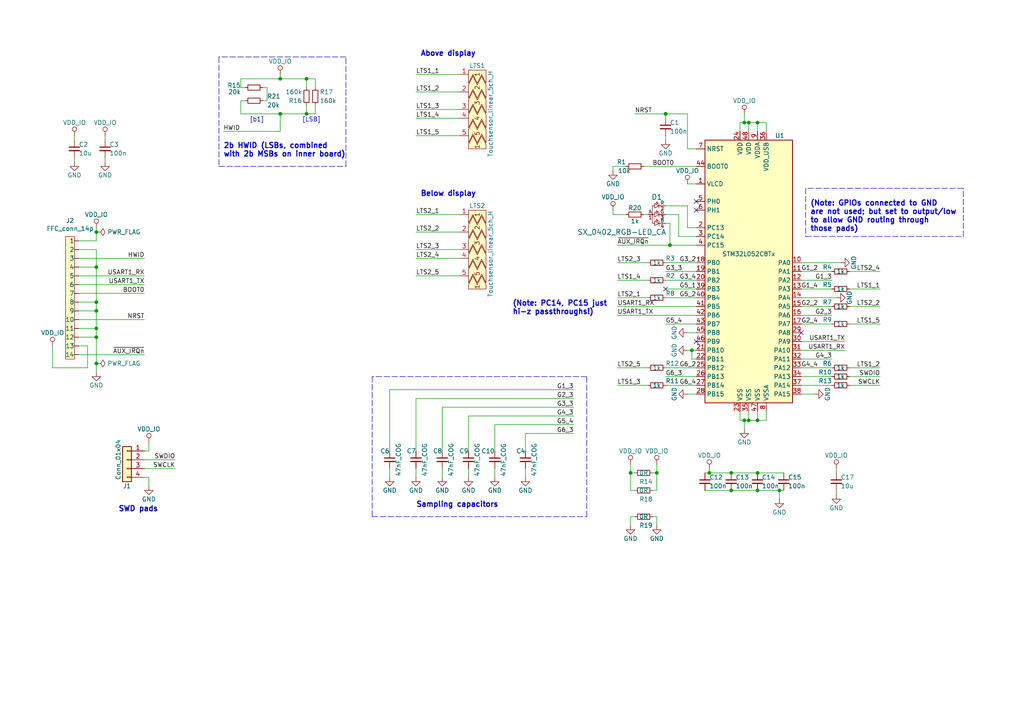
<source format=kicad_sch>
(kicad_sch (version 20211123) (generator eeschema)
  (paper "A4")
  (title_block (title "Touch-sense MCU & connectors") (date "2020-08-03") (rev "P1a") (company "MaJo Electronics :)"))
  (lib_symbols
    (symbol "Connector_Generic:Conn_01x04" (pin_names (offset 1.016) hide)
      (property "Reference" "J" (at 0 5.08 0))
      (property "Value" "Conn_01x04" (at 0 -7.62 0))
      (symbol "Conn_01x04_1_1"
        (rectangle (start -1.27 -4.953) (end 0 -5.207) (stroke (width 0.1524)))
        (rectangle (start -1.27 -2.413) (end 0 -2.667) (stroke (width 0.1524)))
        (rectangle (start -1.27 0.127) (end 0 -0.127) (stroke (width 0.1524)))
        (rectangle (start -1.27 2.667) (end 0 2.413) (stroke (width 0.1524)))
        (rectangle (start -1.27 3.81) (end 1.27 -6.35) (stroke (width 0.254)) (fill (type background)))
        (pin passive line (at -5.08 2.54 0) (length 3.81) (name "Pin_1") (number "1"))
        (pin passive line (at -5.08 0 0) (length 3.81) (name "Pin_2") (number "2"))
        (pin passive line (at -5.08 -2.54 0) (length 3.81) (name "Pin_3") (number "3"))
        (pin passive line (at -5.08 -5.08 0) (length 3.81) (name "Pin_4") (number "4"))
      )
    )
    (symbol "Device:C_Small" (pin_numbers hide) (pin_names (offset 0.254) hide)
      (property "Reference" "C" (at 0.254 1.778 0))
      (property "Value" "C_Small" (at 0.254 -2.032 0))
      (symbol "C_Small_0_1"
        (polyline (pts (xy -1.524 -0.508) (xy 1.524 -0.508)) (stroke (width 0.3302)))
        (polyline (pts (xy -1.524 0.508) (xy 1.524 0.508)) (stroke (width 0.3048)))
      )
      (symbol "C_Small_1_1"
        (pin passive line (at 0 2.54 270) (length 2.032) (name "~") (number "1"))
        (pin passive line (at 0 -2.54 90) (length 2.032) (name "~") (number "2"))
      )
    )
    (symbol "Device:R_Small" (pin_numbers hide) (pin_names (offset 0.254) hide)
      (property "Reference" "R" (at 0.762 0.508 0))
      (property "Value" "R_Small" (at 0.762 -1.016 0))
      (symbol "R_Small_0_1"
        (rectangle (start -0.762 1.778) (end 0.762 -1.778) (stroke (width 0.2032)))
      )
      (symbol "R_Small_1_1"
        (pin passive line (at 0 2.54 270) (length 0.762) (name "~") (number "1"))
        (pin passive line (at 0 -2.54 90) (length 0.762) (name "~") (number "2"))
      )
    )
    (symbol "MCU_ST_STM32L0:STM32L052C8Tx"
      (property "Reference" "U" (at -12.7 39.37 0))
      (property "Value" "STM32L052C8Tx" (at 7.62 39.37 0))
      (symbol "STM32L052C8Tx_0_1"
        (rectangle (start -12.7 -38.1) (end 12.7 38.1) (stroke (width 0.254)) (fill (type background)))
      )
      (symbol "STM32L052C8Tx_1_1"
        (pin power_in line (at -15.24 25.4 0) (length 2.54) (name "VLCD") (number "1"))
        (pin bidirectional line (at 15.24 2.54 180) (length 2.54) (name "PA0") (number "10"))
        (pin bidirectional line (at 15.24 0 180) (length 2.54) (name "PA1") (number "11"))
        (pin bidirectional line (at 15.24 -2.54 180) (length 2.54) (name "PA2") (number "12"))
        (pin bidirectional line (at 15.24 -5.08 180) (length 2.54) (name "PA3") (number "13"))
        (pin bidirectional line (at 15.24 -7.62 180) (length 2.54) (name "PA4") (number "14"))
        (pin bidirectional line (at 15.24 -10.16 180) (length 2.54) (name "PA5") (number "15"))
        (pin bidirectional line (at 15.24 -12.7 180) (length 2.54) (name "PA6") (number "16"))
        (pin bidirectional line (at 15.24 -15.24 180) (length 2.54) (name "PA7") (number "17"))
        (pin bidirectional line (at -15.24 2.54 0) (length 2.54) (name "PB0") (number "18"))
        (pin bidirectional line (at -15.24 0 0) (length 2.54) (name "PB1") (number "19"))
        (pin bidirectional line (at -15.24 12.7 0) (length 2.54) (name "PC13") (number "2"))
        (pin bidirectional line (at -15.24 -2.54 0) (length 2.54) (name "PB2") (number "20"))
        (pin bidirectional line (at -15.24 -22.86 0) (length 2.54) (name "PB10") (number "21"))
        (pin bidirectional line (at -15.24 -25.4 0) (length 2.54) (name "PB11") (number "22"))
        (pin power_in line (at -2.54 -40.64 90) (length 2.54) (name "VSS") (number "23"))
        (pin power_in line (at -2.54 40.64 270) (length 2.54) (name "VDD") (number "24"))
        (pin bidirectional line (at -15.24 -27.94 0) (length 2.54) (name "PB12") (number "25"))
        (pin bidirectional line (at -15.24 -30.48 0) (length 2.54) (name "PB13") (number "26"))
        (pin bidirectional line (at -15.24 -33.02 0) (length 2.54) (name "PB14") (number "27"))
        (pin bidirectional line (at -15.24 -35.56 0) (length 2.54) (name "PB15") (number "28"))
        (pin bidirectional line (at 15.24 -17.78 180) (length 2.54) (name "PA8") (number "29"))
        (pin bidirectional line (at -15.24 10.16 0) (length 2.54) (name "PC14") (number "3"))
        (pin bidirectional line (at 15.24 -20.32 180) (length 2.54) (name "PA9") (number "30"))
        (pin bidirectional line (at 15.24 -22.86 180) (length 2.54) (name "PA10") (number "31"))
        (pin bidirectional line (at 15.24 -25.4 180) (length 2.54) (name "PA11") (number "32"))
        (pin bidirectional line (at 15.24 -27.94 180) (length 2.54) (name "PA12") (number "33"))
        (pin bidirectional line (at 15.24 -30.48 180) (length 2.54) (name "PA13") (number "34"))
        (pin power_in line (at 0 -40.64 90) (length 2.54) (name "VSS") (number "35"))
        (pin power_in line (at 5.08 40.64 270) (length 2.54) (name "VDD_USB") (number "36"))
        (pin bidirectional line (at 15.24 -33.02 180) (length 2.54) (name "PA14") (number "37"))
        (pin bidirectional line (at 15.24 -35.56 180) (length 2.54) (name "PA15") (number "38"))
        (pin bidirectional line (at -15.24 -5.08 0) (length 2.54) (name "PB3") (number "39"))
        (pin bidirectional line (at -15.24 7.62 0) (length 2.54) (name "PC15") (number "4"))
        (pin bidirectional line (at -15.24 -7.62 0) (length 2.54) (name "PB4") (number "40"))
        (pin bidirectional line (at -15.24 -10.16 0) (length 2.54) (name "PB5") (number "41"))
        (pin bidirectional line (at -15.24 -12.7 0) (length 2.54) (name "PB6") (number "42"))
        (pin bidirectional line (at -15.24 -15.24 0) (length 2.54) (name "PB7") (number "43"))
        (pin input line (at -15.24 30.48 0) (length 2.54) (name "BOOT0") (number "44"))
        (pin bidirectional line (at -15.24 -17.78 0) (length 2.54) (name "PB8") (number "45"))
        (pin bidirectional line (at -15.24 -20.32 0) (length 2.54) (name "PB9") (number "46"))
        (pin power_in line (at 2.54 -40.64 90) (length 2.54) (name "VSS") (number "47"))
        (pin power_in line (at 0 40.64 270) (length 2.54) (name "VDD") (number "48"))
        (pin input line (at -15.24 20.32 0) (length 2.54) (name "PH0") (number "5"))
        (pin input line (at -15.24 17.78 0) (length 2.54) (name "PH1") (number "6"))
        (pin input line (at -15.24 35.56 0) (length 2.54) (name "NRST") (number "7"))
        (pin power_in line (at 5.08 -40.64 90) (length 2.54) (name "VSSA") (number "8"))
        (pin power_in line (at 2.54 40.64 270) (length 2.54) (name "VDDA") (number "9"))
      )
    )
    (symbol "customlib_mj:FFC_conn_14p" (pin_numbers hide) (pin_names (offset 0.0254))
      (property "Reference" "J" (at 0 -19.05 0))
      (property "Value" "FFC_conn_14p" (at 2.54 0 90))
      (symbol "FFC_conn_14p_0_1"
        (rectangle (start -1.27 17.78) (end 1.27 -17.78) (fill (type background)))
      )
      (symbol "FFC_conn_14p_1_1"
        (pin passive line (at -2.54 16.51 0) (length 1.27) (name "1") (number "1"))
        (pin passive line (at -2.54 -6.35 0) (length 1.27) (name "10") (number "10"))
        (pin passive line (at -2.54 -8.89 0) (length 1.27) (name "11") (number "11"))
        (pin passive line (at -2.54 -11.43 0) (length 1.27) (name "12") (number "12"))
        (pin passive line (at -2.54 -13.97 0) (length 1.27) (name "13") (number "13"))
        (pin passive line (at -2.54 -16.51 0) (length 1.27) (name "14") (number "14"))
        (pin no_connect line (at 2.54 17.78 180) (length 1.27) hide (name "~") (number "15"))
        (pin no_connect line (at 2.54 -17.78 180) (length 1.27) hide (name "~") (number "16"))
        (pin passive line (at -2.54 13.97 0) (length 1.27) (name "2") (number "2"))
        (pin passive line (at -2.54 11.43 0) (length 1.27) (name "3") (number "3"))
        (pin passive line (at -2.54 8.89 0) (length 1.27) (name "4") (number "4"))
        (pin passive line (at -2.54 6.35 0) (length 1.27) (name "5") (number "5"))
        (pin passive line (at -2.54 3.81 0) (length 1.27) (name "6") (number "6"))
        (pin passive line (at -2.54 1.27 0) (length 1.27) (name "7") (number "7"))
        (pin passive line (at -2.54 -1.27 0) (length 1.27) (name "8") (number "8"))
        (pin passive line (at -2.54 -3.81 0) (length 1.27) (name "9") (number "9"))
      )
    )
    (symbol "customlib_mj:SX_0402_RGB-LED_CA" (pin_names (offset 0))
      (property "Reference" "D" (at 0 -4.445 0))
      (property "Value" "SX_0402_RGB-LED_CA" (at 0.635 5.08 0))
      (symbol "SX_0402_RGB-LED_CA_0_0"
        (circle (center -1.27 0) (radius 0.127))
        (polyline (pts (xy -1.27 0) (xy -1.27 0)))
        (polyline (pts (xy -0.635 0) (xy -1.27 0)))
        (polyline (pts (xy -0.635 -2.54) (xy -1.27 -2.54) (xy -1.27 0)))
        (polyline (pts (xy -0.635 2.54) (xy -1.27 2.54) (xy -1.27 0)))
      )
      (symbol "SX_0402_RGB-LED_CA_0_1"
        (polyline (pts (xy 0.635 -1.905) (xy 0.635 -3.175)))
        (polyline (pts (xy 0.635 0.635) (xy 0.635 -0.635)))
        (polyline (pts (xy 0.635 3.175) (xy 0.635 1.905)))
        (polyline (pts (xy -0.635 -1.905) (xy -0.635 -3.175) (xy 0.635 -2.54) (xy -0.635 -1.905)))
        (polyline (pts (xy -0.635 0.635) (xy -0.635 -0.635) (xy 0.635 0) (xy -0.635 0.635)))
        (polyline (pts (xy 0.635 2.54) (xy -0.635 3.175) (xy -0.635 1.905) (xy 0.635 2.54)))
        (polyline (pts (xy -0.254 -1.778) (xy 0.127 -1.397) (xy -0.127 -1.524) (xy 0 -1.651) (xy 0.127 -1.397)))
        (polyline (pts (xy -0.254 0.762) (xy 0.127 1.143) (xy -0.127 1.016) (xy 0 0.889) (xy 0.127 1.143)))
        (polyline (pts (xy -0.254 3.302) (xy 0.127 3.683) (xy -0.127 3.556) (xy 0 3.429) (xy 0.127 3.683)))
        (polyline (pts (xy 0 -2.032) (xy 0.381 -1.651) (xy 0.127 -1.778) (xy 0.254 -1.905) (xy 0.381 -1.651)))
        (polyline (pts (xy 0 0.508) (xy 0.381 0.889) (xy 0.127 0.762) (xy 0.254 0.635) (xy 0.381 0.889)))
        (polyline (pts (xy 0 3.048) (xy 0.381 3.429) (xy 0.127 3.302) (xy 0.254 3.175) (xy 0.381 3.429)))
      )
      (symbol "SX_0402_RGB-LED_CA_1_1"
        (pin bidirectional line (at -2.54 0 0) (length 1.27) (name "A") (number "1"))
        (pin bidirectional line (at 2.54 2.54 180) (length 1.905) (name "R") (number "2"))
        (pin bidirectional line (at 2.54 0 180) (length 1.905) (name "G") (number "3"))
        (pin bidirectional line (at 2.54 -2.54 180) (length 1.905) (name "B") (number "4"))
      )
    )
    (symbol "customlib_mj:Touchsensor_linear_5ch_H" (pin_names (offset 1.016))
      (property "Reference" "LTS" (at -12.7 0 90))
      (property "Value" "Touchsensor_linear_5ch_H" (at 1.27 3.81 0))
      (symbol "Touchsensor_linear_5ch_H_0_0"
        (text "1" (at -10.16 0 0) (effects (font (size 1.27 1.27))))
        (text "1" (at 10.795 0 0) (effects (font (size 1.27 1.27))))
        (text "2" (at -6.35 0 0) (effects (font (size 1.27 1.27))))
        (text "3" (at -1.905 0 0) (effects (font (size 1.27 1.27))))
        (text "4" (at 2.54 0 0) (effects (font (size 1.27 1.27))))
        (text "5" (at 6.985 0 0) (effects (font (size 1.27 1.27))))
      )
      (symbol "Touchsensor_linear_5ch_H_0_1"
        (polyline (pts (xy -11.43 2.54) (xy -7.62 2.54) (xy -10.16 1.27) (xy -7.62 0) (xy -10.16 -1.27) (xy -7.62 -2.54) (xy -11.43 -2.54) (xy -11.43 2.54)) (fill (type background)))
        (polyline (pts (xy 10.16 0) (xy 7.62 1.27) (xy 10.16 2.54) (xy 11.43 2.54) (xy 11.43 -2.54) (xy 10.16 -2.54) (xy 7.62 -1.27) (xy 10.16 0)) (fill (type background)))
        (polyline (pts (xy -7.112 0) (xy -9.652 1.27) (xy -7.112 2.54) (xy -3.302 2.54) (xy -5.842 1.27) (xy -3.302 0) (xy -5.842 -1.27) (xy -3.302 -2.54) (xy -7.112 -2.54) (xy -9.652 -1.27) (xy -7.112 0)) (fill (type background)))
        (polyline (pts (xy -2.794 0) (xy -5.334 1.27) (xy -2.794 2.54) (xy 1.016 2.54) (xy -1.524 1.27) (xy 1.016 0) (xy -1.524 -1.27) (xy 1.016 -2.54) (xy -2.794 -2.54) (xy -5.334 -1.27) (xy -2.794 0)) (fill (type background)))
        (polyline (pts (xy 1.524 0) (xy -1.016 1.27) (xy 1.524 2.54) (xy 5.334 2.54) (xy 2.794 1.27) (xy 5.334 0) (xy 2.794 -1.27) (xy 5.334 -2.54) (xy 1.524 -2.54) (xy -1.016 -1.27) (xy 1.524 0)) (fill (type background)))
        (polyline (pts (xy 5.842 0) (xy 3.302 1.27) (xy 5.842 2.54) (xy 9.652 2.54) (xy 7.112 1.27) (xy 9.652 0) (xy 7.112 -1.27) (xy 9.652 -2.54) (xy 5.842 -2.54) (xy 3.302 -1.27) (xy 5.842 0)) (fill (type background)))
      )
      (symbol "Touchsensor_linear_5ch_H_1_1"
        (pin bidirectional line (at -10.16 -5.08 90) (length 2.54) (name "~") (number "1"))
        (pin bidirectional line (at -5.08 -5.08 90) (length 2.54) (name "~") (number "2"))
        (pin bidirectional line (at 0 -5.08 90) (length 2.54) (name "~") (number "3"))
        (pin bidirectional line (at 2.54 -5.08 90) (length 2.54) (name "~") (number "4"))
        (pin bidirectional line (at 7.62 -5.08 90) (length 2.54) (name "~") (number "5"))
      )
    )
    (symbol "customlib_mj:VDD_IO" (power) (pin_names (offset 0))
      (property "Value" "VDD_IO" (at 0 3.81 0))
      (symbol "VDD_IO_0_1"
        (polyline (pts (xy 0 0) (xy 0 1.27)))
        (circle (center 0 1.905) (radius 0.635))
      )
      (symbol "VDD_IO_1_1"
        (pin power_in line (at 0 0 90) (length 0) hide (name "VDD_IO") (number "1"))
      )
    )
    (symbol "power:GND" (power) (pin_names (offset 0))
      (property "Value" "GND" (at 0 -3.81 0))
      (symbol "GND_0_1"
        (polyline (pts (xy 0 0) (xy 0 -1.27) (xy 1.27 -1.27) (xy 0 -2.54) (xy -1.27 -1.27) (xy 0 -1.27)))
      )
      (symbol "GND_1_1"
        (pin power_in line (at 0 0 270) (length 0) hide (name "GND") (number "1"))
      )
    )
    (symbol "power:PWR_FLAG" (power) (pin_numbers hide) (pin_names (offset 0) hide)
      (property "Value" "PWR_FLAG" (at 0 3.81 0))
      (symbol "PWR_FLAG_0_0"
        (pin power_out line (at 0 0 90) (length 0) (name "pwr") (number "1"))
      )
      (symbol "PWR_FLAG_0_1"
        (polyline (pts (xy 0 0) (xy 0 1.27) (xy -1.016 1.905) (xy 0 2.54) (xy 1.016 1.905) (xy 0 1.27)))
      )
    )
  )
  (junction (at 212.09 137.16))
  (junction (at 219.71 121.92))
  (junction (at 193.04 33.02))
  (junction (at 27.94 97.79))
  (junction (at 219.71 142.24))
  (junction (at 217.17 35.56))
  (junction (at 81.28 33.02))
  (junction (at 27.94 95.25))
  (junction (at 205.74 137.16))
  (junction (at 27.94 90.17))
  (junction (at 88.9 22.86))
  (junction (at 215.9 121.92))
  (junction (at 212.09 142.24))
  (junction (at 190.5 137.16))
  (junction (at 219.71 137.16))
  (junction (at 200.66 101.6))
  (junction (at 217.17 121.92))
  (junction (at 27.94 105.41))
  (junction (at 27.94 87.63))
  (junction (at 81.28 22.86))
  (junction (at 226.06 142.24))
  (junction (at 27.94 77.47))
  (junction (at 194.31 71.12))
  (junction (at 215.9 35.56))
  (junction (at 182.88 137.16))
  (junction (at 219.71 35.56))
  (junction (at 27.94 67.31))
  (junction (at 88.9 33.02))
  (no_connect (at 201.93 99.06))
  (no_connect (at 201.93 60.96))
  (no_connect (at 201.93 58.42))
  (no_connect (at 193.04 83.82))
  (no_connect (at 232.41 96.52))
  (wire (pts (xy 204.47 142.24) (xy 212.09 142.24)))
  (wire (pts (xy 219.71 119.38) (xy 219.71 121.92)))
  (wire (pts (xy 199.39 43.18) (xy 199.39 33.02)))
  (wire (pts (xy 187.96 111.76) (xy 179.07 111.76)))
  (wire (pts (xy 81.28 33.02) (xy 69.85 33.02)))
  (wire (pts (xy 193.04 76.2) (xy 201.93 76.2)))
  (wire (pts (xy 177.8 62.23) (xy 177.8 60.96)))
  (wire (pts (xy 190.5 134.62) (xy 190.5 137.16)))
  (wire (pts (xy 193.04 64.77) (xy 194.31 64.77)))
  (wire (pts (xy 25.4 100.33) (xy 25.4 106.68)))
  (wire (pts (xy 193.04 86.36) (xy 201.93 86.36)))
  (wire (pts (xy 246.38 83.82) (xy 255.27 83.82)))
  (wire (pts (xy 22.86 92.71) (xy 41.91 92.71)))
  (wire (pts (xy 232.41 93.98) (xy 241.3 93.98)))
  (wire (pts (xy 133.35 67.31) (xy 120.65 67.31)))
  (wire (pts (xy 232.41 99.06) (xy 245.11 99.06)))
  (wire (pts (xy 81.28 22.86) (xy 88.9 22.86)))
  (wire (pts (xy 27.94 77.47) (xy 27.94 87.63)))
  (wire (pts (xy 22.86 74.93) (xy 41.91 74.93)))
  (wire (pts (xy 69.85 33.02) (xy 69.85 29.21)))
  (wire (pts (xy 241.3 91.44) (xy 232.41 91.44)))
  (wire (pts (xy 199.39 66.04) (xy 199.39 59.69)))
  (wire (pts (xy 219.71 121.92) (xy 222.25 121.92)))
  (wire (pts (xy 189.23 142.24) (xy 190.5 142.24)))
  (wire (pts (xy 30.48 39.37) (xy 30.48 40.64)))
  (wire (pts (xy 77.47 29.21) (xy 76.2 29.21)))
  (wire (pts (xy 246.38 88.9) (xy 255.27 88.9)))
  (wire (pts (xy 226.06 142.24) (xy 226.06 144.78)))
  (wire (pts (xy 214.63 35.56) (xy 215.9 35.56)))
  (wire (pts (xy 113.03 113.03) (xy 166.37 113.03)))
  (wire (pts (xy 242.57 86.36) (xy 232.41 86.36)))
  (wire (pts (xy 219.71 35.56) (xy 222.25 35.56)))
  (wire (pts (xy 88.9 30.48) (xy 88.9 33.02)))
  (wire (pts (xy 152.4 125.73) (xy 166.37 125.73)))
  (wire (pts (xy 184.15 149.86) (xy 182.88 149.86)))
  (wire (pts (xy 201.93 104.14) (xy 200.66 104.14)))
  (wire (pts (xy 69.85 29.21) (xy 71.12 29.21)))
  (polyline (pts (xy 170.18 109.22) (xy 107.95 109.22)))
  (wire (pts (xy 217.17 35.56) (xy 219.71 35.56)))
  (wire (pts (xy 30.48 45.72) (xy 30.48 46.99)))
  (wire (pts (xy 143.51 138.43) (xy 143.51 135.89)))
  (wire (pts (xy 201.93 93.98) (xy 193.04 93.98)))
  (wire (pts (xy 199.39 33.02) (xy 193.04 33.02)))
  (wire (pts (xy 152.4 138.43) (xy 152.4 135.89)))
  (wire (pts (xy 81.28 21.59) (xy 81.28 22.86)))
  (wire (pts (xy 27.94 67.31) (xy 27.94 66.04)))
  (wire (pts (xy 190.5 152.4) (xy 190.5 149.86)))
  (wire (pts (xy 201.93 81.28) (xy 193.04 81.28)))
  (wire (pts (xy 120.65 130.81) (xy 120.65 115.57)))
  (wire (pts (xy 242.57 135.89) (xy 242.57 137.16)))
  (wire (pts (xy 43.18 130.81) (xy 43.18 128.27)))
  (wire (pts (xy 201.93 53.34) (xy 199.39 53.34)))
  (wire (pts (xy 215.9 124.46) (xy 215.9 121.92)))
  (wire (pts (xy 232.41 111.76) (xy 241.3 111.76)))
  (wire (pts (xy 194.31 64.77) (xy 194.31 71.12)))
  (wire (pts (xy 204.47 137.16) (xy 205.74 137.16)))
  (wire (pts (xy 246.38 106.68) (xy 255.27 106.68)))
  (wire (pts (xy 133.35 72.39) (xy 120.65 72.39)))
  (wire (pts (xy 193.04 33.02) (xy 193.04 34.29)))
  (wire (pts (xy 215.9 33.02) (xy 215.9 35.56)))
  (wire (pts (xy 193.04 62.23) (xy 196.85 62.23)))
  (wire (pts (xy 41.91 138.43) (xy 43.18 138.43)))
  (wire (pts (xy 205.74 137.16) (xy 212.09 137.16)))
  (wire (pts (xy 214.63 38.1) (xy 214.63 35.56)))
  (wire (pts (xy 190.5 142.24) (xy 190.5 137.16)))
  (wire (pts (xy 215.9 121.92) (xy 217.17 121.92)))
  (wire (pts (xy 22.86 100.33) (xy 25.4 100.33)))
  (wire (pts (xy 226.06 142.24) (xy 227.33 142.24)))
  (wire (pts (xy 214.63 121.92) (xy 215.9 121.92)))
  (wire (pts (xy 88.9 33.02) (xy 91.44 33.02)))
  (wire (pts (xy 133.35 31.75) (xy 120.65 31.75)))
  (wire (pts (xy 22.86 80.01) (xy 41.91 80.01)))
  (wire (pts (xy 43.18 138.43) (xy 43.18 140.97)))
  (polyline (pts (xy 233.68 68.58) (xy 279.4 68.58)))
  (wire (pts (xy 200.66 101.6) (xy 201.93 101.6)))
  (wire (pts (xy 222.25 35.56) (xy 222.25 38.1)))
  (wire (pts (xy 243.84 76.2) (xy 232.41 76.2)))
  (wire (pts (xy 22.86 77.47) (xy 27.94 77.47)))
  (wire (pts (xy 181.61 62.23) (xy 177.8 62.23)))
  (wire (pts (xy 241.3 81.28) (xy 232.41 81.28)))
  (wire (pts (xy 186.69 62.23) (xy 187.96 62.23)))
  (wire (pts (xy 22.86 102.87) (xy 41.91 102.87)))
  (wire (pts (xy 199.39 114.3) (xy 201.93 114.3)))
  (polyline (pts (xy 100.33 48.26) (xy 100.33 16.51)))
  (wire (pts (xy 27.94 72.39) (xy 27.94 77.47)))
  (wire (pts (xy 215.9 35.56) (xy 217.17 35.56)))
  (wire (pts (xy 91.44 33.02) (xy 91.44 30.48)))
  (wire (pts (xy 201.93 111.76) (xy 193.04 111.76)))
  (polyline (pts (xy 100.33 16.51) (xy 63.5 16.51)))
  (wire (pts (xy 81.28 38.1) (xy 81.28 33.02)))
  (wire (pts (xy 186.69 48.26) (xy 201.93 48.26)))
  (wire (pts (xy 133.35 34.29) (xy 120.65 34.29)))
  (wire (pts (xy 22.86 97.79) (xy 27.94 97.79)))
  (wire (pts (xy 236.22 114.3) (xy 232.41 114.3)))
  (wire (pts (xy 199.39 59.69) (xy 193.04 59.69)))
  (wire (pts (xy 143.51 130.81) (xy 143.51 123.19)))
  (wire (pts (xy 135.89 120.65) (xy 166.37 120.65)))
  (polyline (pts (xy 279.4 54.61) (xy 233.68 54.61)))
  (wire (pts (xy 91.44 22.86) (xy 91.44 25.4)))
  (wire (pts (xy 133.35 39.37) (xy 120.65 39.37)))
  (wire (pts (xy 214.63 119.38) (xy 214.63 121.92)))
  (wire (pts (xy 22.86 87.63) (xy 27.94 87.63)))
  (polyline (pts (xy 63.5 16.51) (xy 63.5 48.26)))
  (wire (pts (xy 193.04 33.02) (xy 184.15 33.02)))
  (wire (pts (xy 41.91 135.89) (xy 50.8 135.89)))
  (wire (pts (xy 217.17 121.92) (xy 219.71 121.92)))
  (wire (pts (xy 187.96 106.68) (xy 179.07 106.68)))
  (wire (pts (xy 194.31 71.12) (xy 201.93 71.12)))
  (wire (pts (xy 219.71 142.24) (xy 226.06 142.24)))
  (wire (pts (xy 205.74 135.89) (xy 205.74 137.16)))
  (wire (pts (xy 41.91 133.35) (xy 50.8 133.35)))
  (wire (pts (xy 182.88 137.16) (xy 182.88 134.62)))
  (wire (pts (xy 246.38 93.98) (xy 255.27 93.98)))
  (wire (pts (xy 187.96 76.2) (xy 179.07 76.2)))
  (wire (pts (xy 201.93 43.18) (xy 199.39 43.18)))
  (polyline (pts (xy 63.5 48.26) (xy 100.33 48.26)))
  (wire (pts (xy 199.39 96.52) (xy 201.93 96.52)))
  (polyline (pts (xy 107.95 149.86) (xy 170.18 149.86)))
  (wire (pts (xy 201.93 66.04) (xy 199.39 66.04)))
  (wire (pts (xy 232.41 83.82) (xy 241.3 83.82)))
  (wire (pts (xy 217.17 38.1) (xy 217.17 35.56)))
  (wire (pts (xy 184.15 142.24) (xy 182.88 142.24)))
  (wire (pts (xy 193.04 39.37) (xy 193.04 40.64)))
  (wire (pts (xy 182.88 142.24) (xy 182.88 137.16)))
  (wire (pts (xy 135.89 138.43) (xy 135.89 135.89)))
  (polyline (pts (xy 279.4 68.58) (xy 279.4 54.61)))
  (wire (pts (xy 27.94 97.79) (xy 27.94 105.41)))
  (wire (pts (xy 179.07 71.12) (xy 194.31 71.12)))
  (wire (pts (xy 212.09 142.24) (xy 219.71 142.24)))
  (wire (pts (xy 241.3 104.14) (xy 232.41 104.14)))
  (wire (pts (xy 181.61 48.26) (xy 177.8 48.26)))
  (wire (pts (xy 128.27 130.81) (xy 128.27 118.11)))
  (wire (pts (xy 21.59 45.72) (xy 21.59 46.99)))
  (wire (pts (xy 113.03 138.43) (xy 113.03 135.89)))
  (wire (pts (xy 201.93 83.82) (xy 193.04 83.82)))
  (wire (pts (xy 177.8 48.26) (xy 177.8 49.53)))
  (wire (pts (xy 241.3 88.9) (xy 232.41 88.9)))
  (wire (pts (xy 222.25 121.92) (xy 222.25 119.38)))
  (wire (pts (xy 133.35 21.59) (xy 120.65 21.59)))
  (wire (pts (xy 27.94 105.41) (xy 27.94 107.95)))
  (wire (pts (xy 128.27 138.43) (xy 128.27 135.89)))
  (wire (pts (xy 133.35 74.93) (xy 120.65 74.93)))
  (wire (pts (xy 22.86 72.39) (xy 27.94 72.39)))
  (wire (pts (xy 193.04 78.74) (xy 201.93 78.74)))
  (wire (pts (xy 182.88 149.86) (xy 182.88 152.4)))
  (wire (pts (xy 219.71 38.1) (xy 219.71 35.56)))
  (wire (pts (xy 27.94 87.63) (xy 27.94 90.17)))
  (wire (pts (xy 15.24 106.68) (xy 15.24 100.33)))
  (wire (pts (xy 22.86 82.55) (xy 41.91 82.55)))
  (polyline (pts (xy 170.18 149.86) (xy 170.18 109.22)))
  (wire (pts (xy 27.94 69.85) (xy 27.94 67.31)))
  (wire (pts (xy 22.86 85.09) (xy 41.91 85.09)))
  (wire (pts (xy 184.15 137.16) (xy 182.88 137.16)))
  (wire (pts (xy 120.65 115.57) (xy 166.37 115.57)))
  (wire (pts (xy 152.4 130.81) (xy 152.4 125.73)))
  (wire (pts (xy 196.85 62.23) (xy 196.85 68.58)))
  (wire (pts (xy 77.47 25.4) (xy 77.47 29.21)))
  (wire (pts (xy 22.86 95.25) (xy 27.94 95.25)))
  (wire (pts (xy 69.85 25.4) (xy 69.85 22.86)))
  (wire (pts (xy 27.94 90.17) (xy 27.94 95.25)))
  (wire (pts (xy 201.93 91.44) (xy 179.07 91.44)))
  (wire (pts (xy 246.38 78.74) (xy 255.27 78.74)))
  (wire (pts (xy 190.5 137.16) (xy 189.23 137.16)))
  (wire (pts (xy 212.09 137.16) (xy 219.71 137.16)))
  (wire (pts (xy 71.12 25.4) (xy 69.85 25.4)))
  (wire (pts (xy 76.2 25.4) (xy 77.47 25.4)))
  (wire (pts (xy 41.91 130.81) (xy 43.18 130.81)))
  (wire (pts (xy 25.4 106.68) (xy 15.24 106.68)))
  (wire (pts (xy 219.71 137.16) (xy 227.33 137.16)))
  (wire (pts (xy 187.96 81.28) (xy 179.07 81.28)))
  (wire (pts (xy 242.57 143.51) (xy 242.57 142.24)))
  (wire (pts (xy 246.38 111.76) (xy 255.27 111.76)))
  (wire (pts (xy 64.77 38.1) (xy 81.28 38.1)))
  (wire (pts (xy 120.65 62.23) (xy 133.35 62.23)))
  (wire (pts (xy 27.94 95.25) (xy 27.94 97.79)))
  (wire (pts (xy 232.41 106.68) (xy 241.3 106.68)))
  (wire (pts (xy 133.35 26.67) (xy 120.65 26.67)))
  (wire (pts (xy 199.39 101.6) (xy 200.66 101.6)))
  (wire (pts (xy 196.85 68.58) (xy 201.93 68.58)))
  (wire (pts (xy 232.41 109.22) (xy 241.3 109.22)))
  (wire (pts (xy 246.38 109.22) (xy 255.27 109.22)))
  (wire (pts (xy 120.65 138.43) (xy 120.65 135.89)))
  (wire (pts (xy 21.59 39.37) (xy 21.59 40.64)))
  (wire (pts (xy 135.89 120.65) (xy 135.89 130.81)))
  (wire (pts (xy 69.85 22.86) (xy 81.28 22.86)))
  (wire (pts (xy 201.93 88.9) (xy 179.07 88.9)))
  (wire (pts (xy 88.9 25.4) (xy 88.9 22.86)))
  (wire (pts (xy 113.03 130.81) (xy 113.03 113.03)))
  (wire (pts (xy 22.86 69.85) (xy 27.94 69.85)))
  (wire (pts (xy 88.9 22.86) (xy 91.44 22.86)))
  (wire (pts (xy 232.41 101.6) (xy 245.11 101.6)))
  (wire (pts (xy 193.04 109.22) (xy 201.93 109.22)))
  (wire (pts (xy 200.66 104.14) (xy 200.66 101.6)))
  (wire (pts (xy 190.5 149.86) (xy 189.23 149.86)))
  (wire (pts (xy 133.35 80.01) (xy 120.65 80.01)))
  (wire (pts (xy 193.04 106.68) (xy 201.93 106.68)))
  (wire (pts (xy 128.27 118.11) (xy 166.37 118.11)))
  (wire (pts (xy 241.3 78.74) (xy 232.41 78.74)))
  (polyline (pts (xy 107.95 109.22) (xy 107.95 149.86)))
  (wire (pts (xy 143.51 123.19) (xy 166.37 123.19)))
  (wire (pts (xy 187.96 86.36) (xy 179.07 86.36)))
  (wire (pts (xy 81.28 33.02) (xy 88.9 33.02)))
  (wire (pts (xy 22.86 90.17) (xy 27.94 90.17)))
  (wire (pts (xy 217.17 119.38) (xy 217.17 121.92)))
  (polyline (pts (xy 233.68 54.61) (xy 233.68 68.58)))
  (text "(Note: PC14, PC15 just\nhi-z passthroughs!)" (at 148.59 91.44 0) (effects (font (size 1.524 1.524) (thickness 0.3048) bold) (justify left bottom)))
  (text "(Note: GPIOs connected to GND\nare not used; but set to output/low\nto allow GND routing through\nthose pads)" (at 234.95 67.31 0) (effects (font (size 1.524 1.524) (thickness 0.3048) bold) (justify left bottom)))
  (text "SWD pads" (at 34.29 148.59 0) (effects (font (size 1.524 1.524) (thickness 0.3048) bold) (justify left bottom)))
  (text "[LSB]" (at 87.63 35.56 0) (effects (font (size 1.27 1.27)) (justify left bottom)))
  (text "Sampling capacitors" (at 120.65 147.32 0) (effects (font (size 1.524 1.524) (thickness 0.3048) bold) (justify left bottom)))
  (text "[b1]" (at 72.39 35.56 0) (effects (font (size 1.27 1.27)) (justify left bottom)))
  (text "Below display" (at 121.92 57.15 0) (effects (font (size 1.524 1.524) (thickness 0.3048) bold) (justify left bottom)))
  (text "2b HWID (LSBs, combined\nwith 2b MSBs on inner board)" (at 64.77 45.72 0) (effects (font (size 1.524 1.524) (thickness 0.3048) bold) (justify left bottom)))
  (text "Above display" (at 121.92 16.51 0) (effects (font (size 1.524 1.524) (thickness 0.3048) bold) (justify left bottom)))
  (label "USART1_TX" (at 41.91 82.55 180))
  (label "G4_3" (at 241.3 104.14 180))
  (label "G1_4" (at 232.41 83.82 0))
  (label "G5_4" (at 193.04 93.98 0))
  (label "SWDIO" (at 50.8 133.35 180))
  (label "USART1_RX" (at 179.07 88.9 0))
  (label "LTS1_3" (at 179.07 111.76 0))
  (label "G4_4" (at 232.41 106.68 0))
  (label "LTS1_5" (at 255.27 93.98 180))
  (label "NRST" (at 41.91 92.71 180))
  (label "G6_4" (at 201.93 111.76 180))
  (label "LTS2_3" (at 179.07 76.2 0))
  (label "~{AUX_IRQn}" (at 41.91 102.87 180))
  (label "G4_3" (at 166.37 120.65 180))
  (label "G5_4" (at 166.37 123.19 180))
  (label "LTS2_3" (at 120.65 72.39 0))
  (label "HWID" (at 41.91 74.93 180))
  (label "G3_3" (at 193.04 78.74 0))
  (label "LTS1_1" (at 120.65 21.59 0))
  (label "G2_3" (at 166.37 115.57 180))
  (label "NRST" (at 184.15 33.02 0))
  (label "LTS1_5" (at 120.65 39.37 0))
  (label "~{AUX_IRQn}" (at 179.07 71.12 0))
  (label "LTS2_5" (at 120.65 80.01 0))
  (label "G1_3" (at 166.37 113.03 180))
  (label "USART1_RX" (at 41.91 80.01 180))
  (label "G6_3" (at 193.04 109.22 0))
  (label "USART1_TX" (at 179.07 91.44 0))
  (label "LTS2_4" (at 120.65 74.93 0))
  (label "G1_2" (at 232.41 78.74 0))
  (label "LTS1_1" (at 255.27 83.82 180))
  (label "LTS1_3" (at 120.65 31.75 0))
  (label "G2_4" (at 232.41 93.98 0))
  (label "SWCLK" (at 255.27 111.76 180))
  (label "G1_3" (at 241.3 81.28 180))
  (label "USART1_TX" (at 245.11 99.06 180))
  (label "LTS1_4" (at 179.07 81.28 0))
  (label "SWCLK" (at 50.8 135.89 180))
  (label "USART1_RX" (at 245.11 101.6 180))
  (label "LTS2_1" (at 179.07 86.36 0))
  (label "LTS2_4" (at 255.27 78.74 180))
  (label "LTS2_2" (at 255.27 88.9 180))
  (label "G5_1" (at 201.93 83.82 180))
  (label "LTS1_2" (at 255.27 106.68 180))
  (label "LTS1_4" (at 120.65 34.29 0))
  (label "G2_3" (at 241.3 91.44 180))
  (label "G3_3" (at 166.37 118.11 180))
  (label "BOOT0" (at 189.23 48.26 0))
  (label "HWID" (at 64.77 38.1 0))
  (label "G6_2" (at 201.93 106.68 180))
  (label "LTS1_2" (at 120.65 26.67 0))
  (label "G5_2" (at 201.93 86.36 180))
  (label "LTS2_1" (at 120.65 62.23 0))
  (label "G2_2" (at 232.41 88.9 0))
  (label "BOOT0" (at 41.91 85.09 180))
  (label "LTS2_2" (at 120.65 67.31 0))
  (label "LTS2_5" (at 179.07 106.68 0))
  (label "SWDIO" (at 255.27 109.22 180))
  (label "G3_4" (at 201.93 81.28 180))
  (label "G3_2" (at 201.93 76.2 180))
  (label "G6_3" (at 166.37 125.73 180))
  (symbol (lib_id "power:GND") (at 215.9 124.46 0) (unit 1)
    (property "Reference" "#PWR016" (effects hide))
    (property "Value" "GND" (at 215.9 128.27 0))
  )
  (symbol (lib_id "customlib_mj:VDD_IO") (at 215.9 33.02 0) (unit 1)
    (property "Reference" "#PWR02" (effects hide))
    (property "Value" "VDD_IO" (at 215.9 29.21 0))
  )
  (symbol (lib_id "customlib_mj:VDD_IO") (at 199.39 53.34 0) (unit 1)
    (property "Reference" "#PWR010" (effects hide))
    (property "Value" "VDD_IO" (at 199.39 49.53 0))
  )
  (symbol (lib_id "Device:C_Small") (at 204.47 139.7 0) (unit 1)
    (property "Reference" "C12" (at 205.74 138.43 0) (effects (justify left)))
    (property "Value" "100n" (at 205.74 140.97 0) (effects (justify left)))
    (property "Footprint" "Capacitor_SMD:C_0402_1005Metric" (effects hide))
  )
  (symbol (lib_id "Device:C_Small") (at 212.09 139.7 0) (unit 1)
    (property "Reference" "C13" (at 213.36 138.43 0) (effects (justify left)))
    (property "Value" "100n" (at 213.36 140.97 0) (effects (justify left)))
    (property "Footprint" "Capacitor_SMD:C_0402_1005Metric" (effects hide))
  )
  (symbol (lib_id "Device:C_Small") (at 219.71 139.7 0) (unit 1)
    (property "Reference" "C14" (at 220.98 138.43 0) (effects (justify left)))
    (property "Value" "100n" (at 220.98 140.97 0) (effects (justify left)))
    (property "Footprint" "Capacitor_SMD:C_0402_1005Metric" (effects hide))
  )
  (symbol (lib_id "Device:C_Small") (at 227.33 139.7 0) (unit 1)
    (property "Reference" "C15" (at 228.6 138.43 0) (effects (justify left)))
    (property "Value" "100n" (at 228.6 140.97 0) (effects (justify left)))
    (property "Footprint" "Capacitor_SMD:C_0402_1005Metric" (effects hide))
  )
  (symbol (lib_id "customlib_mj:VDD_IO") (at 205.74 135.89 0) (unit 1)
    (property "Reference" "#PWR017" (effects hide))
    (property "Value" "VDD_IO" (at 205.74 132.08 0))
  )
  (symbol (lib_id "Device:C_Small") (at 242.57 139.7 0) (unit 1)
    (property "Reference" "C17" (at 243.84 138.43 0) (effects (justify left)))
    (property "Value" "10u" (at 243.84 140.97 0) (effects (justify left)))
    (property "Footprint" "Capacitor_SMD:C_0402_1005Metric" (effects hide))
  )
  (symbol (lib_id "Device:R_Small") (at 190.5 76.2 90) (unit 1)
    (property "Reference" "R3" (at 193.04 74.93 90) (effects (justify right)))
    (property "Value" "1k" (at 190.5 76.2 90))
    (property "Footprint" "Resistor_SMD:R_0402_1005Metric" (effects hide))
  )
  (symbol (lib_id "Device:R_Small") (at 190.5 81.28 90) (unit 1)
    (property "Reference" "R2" (at 193.04 80.01 90) (effects (justify right)))
    (property "Value" "1k" (at 190.5 81.28 90))
    (property "Footprint" "Resistor_SMD:R_0402_1005Metric" (effects hide))
  )
  (symbol (lib_id "Device:R_Small") (at 243.84 88.9 270) (unit 1)
    (property "Reference" "R7" (at 241.3 87.63 90) (effects (justify right)))
    (property "Value" "1k" (at 243.84 88.9 90))
    (property "Footprint" "Resistor_SMD:R_0402_1005Metric" (effects hide))
  )
  (symbol (lib_id "Device:R_Small") (at 243.84 93.98 270) (unit 1)
    (property "Reference" "R9" (at 241.3 92.71 90) (effects (justify right)))
    (property "Value" "1k" (at 243.84 93.98 90))
    (property "Footprint" "Resistor_SMD:R_0402_1005Metric" (effects hide))
  )
  (symbol (lib_id "Device:R_Small") (at 190.5 86.36 90) (unit 1)
    (property "Reference" "R8" (at 193.04 85.09 90) (effects (justify right)))
    (property "Value" "1k" (at 190.5 86.36 90))
    (property "Footprint" "Resistor_SMD:R_0603_1608Metric" (effects hide))
  )
  (symbol (lib_id "Device:R_Small") (at 243.84 106.68 270) (mirror x) (unit 1)
    (property "Reference" "R6" (at 241.3 105.41 90) (effects (justify right)))
    (property "Value" "1k" (at 243.84 106.68 90))
    (property "Footprint" "Resistor_SMD:R_0402_1005Metric" (effects hide))
  )
  (symbol (lib_id "Device:R_Small") (at 190.5 106.68 90) (unit 1)
    (property "Reference" "R12" (at 193.04 105.41 90) (effects (justify right)))
    (property "Value" "1k" (at 190.5 106.68 90))
    (property "Footprint" "Resistor_SMD:R_1206_3216Metric" (effects hide))
  )
  (symbol (lib_id "Device:R_Small") (at 190.5 111.76 90) (unit 1)
    (property "Reference" "R11" (at 193.04 110.49 90) (effects (justify right)))
    (property "Value" "1k" (at 190.5 111.76 90))
    (property "Footprint" "Resistor_SMD:R_0603_1608Metric" (effects hide))
  )
  (symbol (lib_id "Device:R_Small") (at 243.84 78.74 270) (unit 1)
    (property "Reference" "R4" (at 241.3 77.47 90) (effects (justify right)))
    (property "Value" "1k" (at 243.84 78.74 90))
    (property "Footprint" "Resistor_SMD:R_0402_1005Metric" (effects hide))
  )
  (symbol (lib_id "Device:R_Small") (at 243.84 83.82 270) (unit 1)
    (property "Reference" "R5" (at 241.3 82.55 90) (effects (justify right)))
    (property "Value" "1k" (at 243.84 83.82 90))
    (property "Footprint" "Resistor_SMD:R_0402_1005Metric" (effects hide))
  )
  (symbol (lib_id "customlib_mj:VDD_IO") (at 242.57 135.89 0) (unit 1)
    (property "Reference" "#PWR018" (effects hide))
    (property "Value" "VDD_IO" (at 242.57 132.08 0))
  )
  (symbol (lib_id "power:GND") (at 242.57 143.51 0) (unit 1)
    (property "Reference" "#PWR027" (effects hide))
    (property "Value" "GND" (at 242.57 147.32 0))
  )
  (symbol (lib_id "Device:R_Small") (at 73.66 29.21 270) (mirror x) (unit 1)
    (property "Reference" "R21" (at 77.47 27.94 90) (effects (justify left)))
    (property "Value" "20k" (at 77.47 30.48 90) (effects (justify left)))
    (property "Footprint" "Resistor_SMD:R_0402_1005Metric" (effects hide))
  )
  (symbol (lib_id "Device:R_Small") (at 73.66 25.4 270) (mirror x) (unit 1)
    (property "Reference" "R15" (at 69.85 24.765 90) (effects (justify right)))
    (property "Value" "20k" (at 69.85 26.67 90) (effects (justify right)))
    (property "Footprint" "Resistor_SMD:R_0402_1005Metric" (effects hide))
  )
  (symbol (lib_id "Device:R_Small") (at 88.9 27.94 0) (mirror y) (unit 1)
    (property "Reference" "R16" (at 87.63 29.21 0) (effects (justify left)))
    (property "Value" "160k" (at 87.63 26.67 0) (effects (justify left)))
    (property "Footprint" "Resistor_SMD:R_0402_1005Metric" (effects hide))
  )
  (symbol (lib_id "power:GND") (at 226.06 144.78 0) (unit 1)
    (property "Reference" "#PWR026" (effects hide))
    (property "Value" "GND" (at 226.06 148.59 0))
  )
  (symbol (lib_id "Device:C_Small") (at 113.03 133.35 0) (unit 1)
    (property "Reference" "C6" (at 113.03 130.81 0) (effects (justify right)))
    (property "Value" "47nF_COG" (at 115.57 133.35 90))
    (property "Footprint" "Capacitor_SMD:C_1206_3216Metric" (effects hide))
  )
  (symbol (lib_id "Device:C_Small") (at 120.65 133.35 0) (unit 1)
    (property "Reference" "C7" (at 120.65 130.81 0) (effects (justify right)))
    (property "Value" "47nF_COG" (at 123.19 133.35 90))
    (property "Footprint" "Capacitor_SMD:C_1206_3216Metric" (effects hide))
  )
  (symbol (lib_id "Device:C_Small") (at 128.27 133.35 0) (unit 1)
    (property "Reference" "C8" (at 128.27 130.81 0) (effects (justify right)))
    (property "Value" "47nF_COG" (at 130.81 133.35 90))
    (property "Footprint" "Capacitor_SMD:C_1206_3216Metric" (effects hide))
  )
  (symbol (lib_id "Device:C_Small") (at 135.89 133.35 0) (unit 1)
    (property "Reference" "C9" (at 135.89 130.81 0) (effects (justify right)))
    (property "Value" "47nF_COG" (at 138.43 133.35 90))
    (property "Footprint" "Capacitor_SMD:C_1206_3216Metric" (effects hide))
  )
  (symbol (lib_id "Device:C_Small") (at 143.51 133.35 0) (unit 1)
    (property "Reference" "C10" (at 143.51 130.81 0) (effects (justify right)))
    (property "Value" "47nF_COG" (at 146.05 133.35 90))
    (property "Footprint" "Capacitor_SMD:C_1206_3216Metric" (effects hide))
  )
  (symbol (lib_id "power:GND") (at 113.03 138.43 0) (unit 1)
    (property "Reference" "#PWR020" (effects hide))
    (property "Value" "GND" (at 113.03 142.24 0))
  )
  (symbol (lib_id "power:GND") (at 120.65 138.43 0) (unit 1)
    (property "Reference" "#PWR021" (effects hide))
    (property "Value" "GND" (at 120.65 142.24 0))
  )
  (symbol (lib_id "power:GND") (at 128.27 138.43 0) (unit 1)
    (property "Reference" "#PWR022" (effects hide))
    (property "Value" "GND" (at 128.27 142.24 0))
  )
  (symbol (lib_id "power:GND") (at 135.89 138.43 0) (unit 1)
    (property "Reference" "#PWR023" (effects hide))
    (property "Value" "GND" (at 135.89 142.24 0))
  )
  (symbol (lib_id "power:GND") (at 143.51 138.43 0) (unit 1)
    (property "Reference" "#PWR024" (effects hide))
    (property "Value" "GND" (at 143.51 142.24 0))
  )
  (symbol (lib_id "power:GND") (at 152.4 138.43 0) (unit 1)
    (property "Reference" "#PWR025" (effects hide))
    (property "Value" "GND" (at 152.4 142.24 0))
  )
  (symbol (lib_id "Device:C_Small") (at 21.59 43.18 0) (unit 1)
    (property "Reference" "C2" (at 22.86 41.91 0) (effects (justify left)))
    (property "Value" "10u" (at 22.86 44.45 0) (effects (justify left)))
    (property "Footprint" "Capacitor_SMD:C_0402_1005Metric" (effects hide))
  )
  (symbol (lib_id "Device:C_Small") (at 30.48 43.18 0) (unit 1)
    (property "Reference" "C3" (at 31.75 41.91 0) (effects (justify left)))
    (property "Value" "100n" (at 31.75 44.45 0) (effects (justify left)))
    (property "Footprint" "Capacitor_SMD:C_0402_1005Metric" (effects hide))
  )
  (symbol (lib_id "power:GND") (at 21.59 46.99 0) (unit 1)
    (property "Reference" "#PWR07" (effects hide))
    (property "Value" "GND" (at 21.59 50.8 0))
  )
  (symbol (lib_id "power:GND") (at 30.48 46.99 0) (unit 1)
    (property "Reference" "#PWR08" (effects hide))
    (property "Value" "GND" (at 30.48 50.8 0))
  )
  (symbol (lib_id "customlib_mj:VDD_IO") (at 21.59 39.37 0) (unit 1)
    (property "Reference" "#PWR03" (effects hide))
    (property "Value" "VDD_IO" (at 21.59 35.56 0))
  )
  (symbol (lib_id "customlib_mj:VDD_IO") (at 30.48 39.37 0) (unit 1)
    (property "Reference" "#PWR04" (effects hide))
    (property "Value" "VDD_IO" (at 30.48 35.56 0))
  )
  (symbol (lib_id "Device:C_Small") (at 193.04 36.83 0) (unit 1)
    (property "Reference" "C1" (at 194.31 35.56 0) (effects (justify left)))
    (property "Value" "100n" (at 194.31 38.1 0) (effects (justify left)))
    (property "Footprint" "Capacitor_SMD:C_0402_1005Metric" (effects hide))
  )
  (symbol (lib_id "power:GND") (at 193.04 40.64 0) (unit 1)
    (property "Reference" "#PWR06" (effects hide))
    (property "Value" "GND" (at 193.04 44.45 0))
  )
  (symbol (lib_id "Device:R_Small") (at 184.15 48.26 270) (unit 1)
    (property "Reference" "R1" (at 181.61 46.99 90) (effects (justify right)))
    (property "Value" "10k" (at 182.88 49.53 90) (effects (justify right)))
    (property "Footprint" "Resistor_SMD:R_0402_1005Metric" (effects hide))
  )
  (symbol (lib_id "power:GND") (at 177.8 49.53 0) (unit 1)
    (property "Reference" "#PWR09" (effects hide))
    (property "Value" "GND" (at 177.8 53.34 0))
  )
  (symbol (lib_id "Connector_Generic:Conn_01x04") (at 36.83 133.35 0) (mirror y) (unit 1)
    (property "Reference" "J1" (at 36.83 140.97 0))
    (property "Value" "Conn_01x04" (at 34.29 133.35 90))
    (property "Footprint" "customlib_mj_fp:4pin_SWD_SMT_100mil" (effects hide))
  )
  (symbol (lib_id "power:GND") (at 43.18 140.97 0) (unit 1)
    (property "Reference" "#PWR05" (effects hide))
    (property "Value" "GND" (at 43.18 144.78 0))
  )
  (symbol (lib_id "customlib_mj:VDD_IO") (at 43.18 128.27 0) (unit 1)
    (property "Reference" "#PWR01" (effects hide))
    (property "Value" "VDD_IO" (at 43.18 124.46 0))
  )
  (symbol (lib_id "customlib_mj:VDD_IO") (at 27.94 66.04 0) (unit 1)
    (property "Reference" "#PWR012" (effects hide))
    (property "Value" "VDD_IO" (at 27.94 62.23 0))
  )
  (symbol (lib_id "customlib_mj:VDD_IO") (at 15.24 100.33 0) (unit 1)
    (property "Reference" "#PWR013" (effects hide))
    (property "Value" "VDD_IO" (at 15.24 96.52 0))
  )
  (symbol (lib_id "power:GND") (at 27.94 107.95 0) (unit 1)
    (property "Reference" "#PWR014" (effects hide))
    (property "Value" "GND" (at 27.94 111.76 0))
  )
  (symbol (lib_id "customlib_mj:VDD_IO") (at 81.28 21.59 0) (unit 1)
    (property "Reference" "#PWR015" (effects hide))
    (property "Value" "VDD_IO" (at 81.28 17.78 0))
  )
  (symbol (lib_id "power:PWR_FLAG") (at 27.94 67.31 270) (unit 1)
    (property "Reference" "#FLG01" (effects hide))
    (property "Value" "PWR_FLAG" (at 35.9664 67.31 90))
  )
  (symbol (lib_id "power:PWR_FLAG") (at 27.94 105.41 270) (unit 1)
    (property "Reference" "#FLG02" (effects hide))
    (property "Value" "PWR_FLAG" (at 35.9664 105.41 90))
  )
  (symbol (lib_id "Device:R_Small") (at 91.44 27.94 0) (mirror x) (unit 1)
    (property "Reference" "R17" (at 92.71 26.67 0) (effects (justify left)))
    (property "Value" "160k" (at 92.71 29.21 0) (effects (justify left)))
    (property "Footprint" "Resistor_SMD:R_0402_1005Metric" (effects hide))
  )
  (symbol (lib_id "Device:C_Small") (at 152.4 133.35 0) (unit 1)
    (property "Reference" "C4" (at 152.4 130.81 0) (effects (justify right)))
    (property "Value" "47nF_COG" (at 154.94 133.35 90))
    (property "Footprint" "Capacitor_SMD:C_1206_3216Metric" (effects hide))
  )
  (symbol (lib_id "customlib_mj:FFC_conn_14p") (at 20.32 86.36 0) (mirror y) (unit 1)
    (property "Reference" "J2" (at 20.32 63.9826 0))
    (property "Value" "FFC_conn_14p" (at 20.32 66.294 0))
    (property "Footprint" "customlib_mj_fp:FPC_14p_05mm-WE_687114182122" (effects hide))
    (property "Datasheet" "https://www.we-online.com/catalog/datasheet/687114182122.pdf" (effects hide))
  )
  (symbol (lib_id "MCU_ST_STM32L0:STM32L052C8Tx") (at 217.17 78.74 0) (unit 1)
    (property "Reference" "U1" (at 224.79 39.37 0) (effects (justify left)))
    (property "Value" "STM32L052C8Tx" (at 217.17 73.66 0))
    (property "Footprint" "Package_QFP:LQFP-48_7x7mm_P0.5mm" (effects hide))
    (property "Datasheet" "http://www.st.com/st-web-ui/static/active/en/resource/technical/document/datasheet/DM00108217.pdf" (effects hide))
  )
  (symbol (lib_id "Device:R_Small") (at 243.84 109.22 270) (unit 1)
    (property "Reference" "R10" (at 241.3 107.95 90) (effects (justify right)))
    (property "Value" "1k" (at 243.84 109.22 90))
    (property "Footprint" "Resistor_SMD:R_0402_1005Metric" (effects hide))
  )
  (symbol (lib_id "Device:R_Small") (at 243.84 111.76 270) (unit 1)
    (property "Reference" "R13" (at 241.3 110.49 90) (effects (justify right)))
    (property "Value" "1k" (at 243.84 111.76 90))
    (property "Footprint" "Resistor_SMD:R_0402_1005Metric" (effects hide))
  )
  (symbol (lib_id "customlib_mj:Touchsensor_linear_5ch_H") (at 138.43 31.75 270) (unit 1)
    (property "Reference" "LTS1" (at 138.43 19.05 90))
    (property "Value" "Touchsensor_linear_5ch_H" (at 142.24 33.02 0))
    (property "Footprint" "customlib_mj_fp:Touchsensor_linear_slider-5ch_H_90x8mm" (effects hide))
  )
  (symbol (lib_id "customlib_mj:Touchsensor_linear_5ch_H") (at 138.43 72.39 270) (unit 1)
    (property "Reference" "LTS2" (at 138.43 59.69 90))
    (property "Value" "Touchsensor_linear_5ch_H" (at 142.24 73.66 0))
    (property "Footprint" "customlib_mj_fp:Touchsensor_linear_slider-5ch_H_90x8mm" (effects hide))
  )
  (symbol (lib_id "Device:R_Small") (at 186.69 137.16 90) (unit 1)
    (property "Reference" "R14" (at 185.42 139.7 90) (effects (justify right)))
    (property "Value" "0R" (at 186.69 137.16 90))
    (property "Footprint" "Resistor_SMD:R_0603_1608Metric" (effects hide))
  )
  (symbol (lib_id "customlib_mj:VDD_IO") (at 182.88 134.62 0) (unit 1)
    (property "Reference" "#PWR011" (effects hide))
    (property "Value" "VDD_IO" (at 182.88 130.81 0))
  )
  (symbol (lib_id "customlib_mj:VDD_IO") (at 190.5 134.62 0) (unit 1)
    (property "Reference" "#PWR028" (effects hide))
    (property "Value" "VDD_IO" (at 190.5 130.81 0))
  )
  (symbol (lib_id "Device:R_Small") (at 186.69 142.24 90) (unit 1)
    (property "Reference" "R18" (at 185.42 144.78 90) (effects (justify right)))
    (property "Value" "0R" (at 186.69 142.24 90))
    (property "Footprint" "Resistor_SMD:R_0603_1608Metric" (effects hide))
  )
  (symbol (lib_id "Device:R_Small") (at 186.69 149.86 90) (unit 1)
    (property "Reference" "R19" (at 185.42 152.4 90) (effects (justify right)))
    (property "Value" "0R" (at 186.69 149.86 90))
    (property "Footprint" "Resistor_SMD:R_0603_1608Metric" (effects hide))
  )
  (symbol (lib_id "power:GND") (at 182.88 152.4 0) (unit 1)
    (property "Reference" "#PWR029" (effects hide))
    (property "Value" "GND" (at 182.88 156.21 0))
  )
  (symbol (lib_id "power:GND") (at 190.5 152.4 0) (unit 1)
    (property "Reference" "#PWR030" (effects hide))
    (property "Value" "GND" (at 190.5 156.21 0))
  )
  (symbol (lib_id "power:GND") (at 243.84 76.2 90) (unit 1)
    (property "Reference" "#PWR0101" (effects hide))
    (property "Value" "GND" (at 247.65 76.2 0))
  )
  (symbol (lib_id "power:GND") (at 199.39 114.3 270) (unit 1)
    (property "Reference" "#PWR0102" (effects hide))
    (property "Value" "GND" (at 195.58 114.3 0))
  )
  (symbol (lib_id "power:GND") (at 236.22 114.3 90) (unit 1)
    (property "Reference" "#PWR0103" (effects hide))
    (property "Value" "GND" (at 240.03 114.3 0))
  )
  (symbol (lib_id "power:GND") (at 199.39 101.6 270) (unit 1)
    (property "Reference" "#PWR0104" (effects hide))
    (property "Value" "GND" (at 195.58 101.6 0))
  )
  (symbol (lib_id "power:GND") (at 242.57 86.36 90) (unit 1)
    (property "Reference" "#PWR0105" (effects hide))
    (property "Value" "GND" (at 246.38 86.36 0))
  )
  (symbol (lib_id "customlib_mj:SX_0402_RGB-LED_CA") (at 190.5 62.23 0) (unit 1)
    (property "Reference" "D1" (at 190.5 57.15 0) (effects (font (size 1.524 1.524))))
    (property "Value" "SX_0402_RGB-LED_CA" (at 180.34 67.31 0) (effects (font (size 1.524 1.524))))
    (property "Footprint" "customlib_mj_fp:SX_0402_RGB-CA-06" (effects hide))
    (property "Datasheet" "https://www.aliexpress.com/item/200PC-Lot-SMD-0402-RGB-Full-Color-0404-Red-Green-Blue-Common-Anode-Led-Free-Shipping/32372871699.html" (effects hide))
  )
  (symbol (lib_id "Device:R_Small") (at 184.15 62.23 270) (unit 1)
    (property "Reference" "R20" (at 184.15 60.325 90))
    (property "Value" "1k" (at 184.15 64.135 90))
    (property "Footprint" "Resistor_SMD:R_0402_1005Metric" (effects hide))
  )
  (symbol (lib_id "customlib_mj:VDD_IO") (at 177.8 60.96 0) (unit 1)
    (property "Reference" "#PWR031" (effects hide))
    (property "Value" "VDD_IO" (at 177.8 57.15 0))
  )
  (symbol (lib_id "power:GND") (at 199.39 96.52 270) (unit 1)
    (property "Reference" "#PWR0106" (effects hide))
    (property "Value" "GND" (at 195.58 96.52 0))
  )
)
</source>
